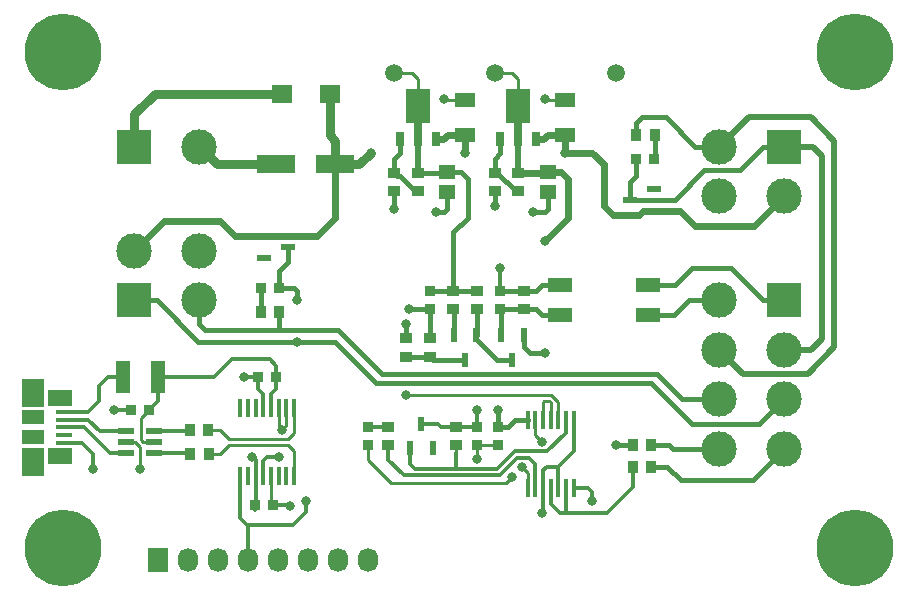
<source format=gbr>
%TF.GenerationSoftware,KiCad,Pcbnew,no-vcs-found*%
%TF.CreationDate,2017-10-06T14:05:24+10:30*%
%TF.ProjectId,clearpath-sc-single-channel,636C656172706174682D73632D73696E,1.0*%
%TF.SameCoordinates,Original*%
%TF.FileFunction,Copper,L1,Top,Signal*%
%TF.FilePolarity,Positive*%
%FSLAX46Y46*%
G04 Gerber Fmt 4.6, Leading zero omitted, Abs format (unit mm)*
G04 Created by KiCad (PCBNEW no-vcs-found) date Fri Oct  6 14:05:24 2017*
%MOMM*%
%LPD*%
G01*
G04 APERTURE LIST*
%TA.AperFunction,SMDPad,CuDef*%
%ADD10R,1.180000X2.810000*%
%TD*%
%TA.AperFunction,SMDPad,CuDef*%
%ADD11R,2.000000X1.200000*%
%TD*%
%TA.AperFunction,ComponentPad*%
%ADD12R,3.000000X3.000000*%
%TD*%
%TA.AperFunction,ComponentPad*%
%ADD13C,3.000000*%
%TD*%
%TA.AperFunction,SMDPad,CuDef*%
%ADD14R,0.920000X0.970000*%
%TD*%
%TA.AperFunction,SMDPad,CuDef*%
%ADD15R,1.820000X1.160000*%
%TD*%
%TA.AperFunction,SMDPad,CuDef*%
%ADD16R,1.470000X1.160000*%
%TD*%
%TA.AperFunction,SMDPad,CuDef*%
%ADD17R,3.270000X1.580000*%
%TD*%
%TA.AperFunction,SMDPad,CuDef*%
%ADD18R,0.970000X0.920000*%
%TD*%
%TA.AperFunction,SMDPad,CuDef*%
%ADD19R,1.660000X1.620000*%
%TD*%
%TA.AperFunction,SMDPad,CuDef*%
%ADD20R,1.180000X0.610000*%
%TD*%
%TA.AperFunction,SMDPad,CuDef*%
%ADD21R,0.910000X0.930000*%
%TD*%
%TA.AperFunction,SMDPad,CuDef*%
%ADD22R,0.610000X1.180000*%
%TD*%
%TA.AperFunction,SMDPad,CuDef*%
%ADD23R,0.930000X0.910000*%
%TD*%
%TA.AperFunction,SMDPad,CuDef*%
%ADD24R,1.900000X1.175000*%
%TD*%
%TA.AperFunction,SMDPad,CuDef*%
%ADD25R,1.900000X2.375000*%
%TD*%
%TA.AperFunction,SMDPad,CuDef*%
%ADD26R,2.100000X1.475000*%
%TD*%
%TA.AperFunction,SMDPad,CuDef*%
%ADD27R,1.380000X0.450000*%
%TD*%
%TA.AperFunction,ComponentPad*%
%ADD28C,6.500000*%
%TD*%
%TA.AperFunction,SMDPad,CuDef*%
%ADD29R,0.980000X0.850000*%
%TD*%
%TA.AperFunction,SMDPad,CuDef*%
%ADD30R,0.850000X0.980000*%
%TD*%
%TA.AperFunction,SMDPad,CuDef*%
%ADD31R,0.700000X1.200000*%
%TD*%
%TA.AperFunction,SMDPad,CuDef*%
%ADD32R,0.700000X1.000000*%
%TD*%
%TA.AperFunction,SMDPad,CuDef*%
%ADD33R,2.000000X2.925000*%
%TD*%
%TA.AperFunction,SMDPad,CuDef*%
%ADD34R,0.410000X1.570000*%
%TD*%
%TA.AperFunction,SMDPad,CuDef*%
%ADD35R,1.350000X0.560000*%
%TD*%
%TA.AperFunction,ComponentPad*%
%ADD36C,1.500000*%
%TD*%
%TA.AperFunction,ComponentPad*%
%ADD37R,1.727200X2.032000*%
%TD*%
%TA.AperFunction,ComponentPad*%
%ADD38O,1.727200X2.032000*%
%TD*%
%TA.AperFunction,ViaPad*%
%ADD39C,0.800000*%
%TD*%
%TA.AperFunction,Conductor*%
%ADD40C,0.300000*%
%TD*%
%TA.AperFunction,Conductor*%
%ADD41C,0.250000*%
%TD*%
%TA.AperFunction,Conductor*%
%ADD42C,0.400000*%
%TD*%
%TA.AperFunction,Conductor*%
%ADD43C,0.800000*%
%TD*%
%TA.AperFunction,Conductor*%
%ADD44C,0.600000*%
%TD*%
%TA.AperFunction,Conductor*%
%ADD45C,0.500000*%
%TD*%
%TA.AperFunction,Conductor*%
%ADD46C,0.350000*%
%TD*%
G04 APERTURE END LIST*
D10*
%TO.P,F1,2*%
%TO.N,Net-(F1-Pad2)*%
X109015000Y-131500000D03*
%TO.P,F1,1*%
%TO.N,USB_VDD*%
X111985000Y-131500000D03*
%TD*%
D11*
%TO.P,FB1,3*%
%TO.N,MOTOR_RX_A*%
X153500000Y-126270000D03*
%TO.P,FB1,4*%
%TO.N,MOTOR_RX_B*%
X153500000Y-123730000D03*
%TO.P,FB1,1*%
%TO.N,GND*%
X146000000Y-123730000D03*
%TO.P,FB1,2*%
%TO.N,Net-(C9-Pad1)*%
X146000000Y-126270000D03*
%TD*%
D12*
%TO.P,P4,1*%
%TO.N,MOTOR_RX_B*%
X165000000Y-125000000D03*
D13*
%TO.P,P4,2*%
%TO.N,INPUT_B+*%
X165000000Y-129200000D03*
%TO.P,P4,3*%
%TO.N,INPUT_A+*%
X165000000Y-133400000D03*
%TO.P,P4,4*%
%TO.N,MOTOR_TX_A*%
X165000000Y-137600000D03*
%TO.P,P4,5*%
%TO.N,MOTOR_RX_A*%
X159500000Y-125000000D03*
%TO.P,P4,6*%
%TO.N,INPUT_B-*%
X159500000Y-129200000D03*
%TO.P,P4,7*%
%TO.N,INPUT_A-*%
X159500000Y-133400000D03*
%TO.P,P4,8*%
%TO.N,MOTOR_TX_B*%
X159500000Y-137600000D03*
%TD*%
D12*
%TO.P,P2,1*%
%TO.N,INPUT_A+*%
X110000000Y-125000000D03*
D13*
%TO.P,P2,2*%
%TO.N,+POWER*%
X110000000Y-120800000D03*
%TO.P,P2,3*%
%TO.N,INPUT_A-*%
X115500000Y-125000000D03*
%TO.P,P2,4*%
%TO.N,GND*%
X115500000Y-120800000D03*
%TD*%
D12*
%TO.P,P3,1*%
%TO.N,INPUT_B+*%
X165000000Y-112000000D03*
D13*
%TO.P,P3,2*%
%TO.N,+POWER*%
X165000000Y-116200000D03*
%TO.P,P3,3*%
%TO.N,INPUT_B-*%
X159500000Y-112000000D03*
%TO.P,P3,4*%
%TO.N,GND*%
X159500000Y-116200000D03*
%TD*%
D12*
%TO.P,P1,1*%
%TO.N,Net-(D1-PadA)*%
X110000000Y-112000000D03*
D13*
%TO.P,P1,2*%
%TO.N,GND*%
X115500000Y-112000000D03*
%TD*%
D14*
%TO.P,C1,1*%
%TO.N,USB_VDD*%
X122025000Y-131500000D03*
%TO.P,C1,2*%
%TO.N,GND*%
X120475000Y-131500000D03*
%TD*%
%TO.P,C2,2*%
%TO.N,GND*%
X121775000Y-142350000D03*
%TO.P,C2,1*%
%TO.N,USB_3V3OUT*%
X120225000Y-142350000D03*
%TD*%
D15*
%TO.P,C3,2*%
%TO.N,GND*%
X138000000Y-108025000D03*
%TO.P,C3,1*%
%TO.N,+POWER*%
X138000000Y-110975000D03*
%TD*%
D16*
%TO.P,C4,2*%
%TO.N,GND*%
X136500000Y-115875000D03*
%TO.P,C4,1*%
%TO.N,+12V*%
X136500000Y-114125000D03*
%TD*%
D17*
%TO.P,C5,1*%
%TO.N,+POWER*%
X126980000Y-113500000D03*
%TO.P,C5,2*%
%TO.N,GND*%
X122020000Y-113500000D03*
%TD*%
D15*
%TO.P,C6,1*%
%TO.N,+POWER*%
X146500000Y-110975000D03*
%TO.P,C6,2*%
%TO.N,GND*%
X146500000Y-108025000D03*
%TD*%
D16*
%TO.P,C7,1*%
%TO.N,+5V*%
X145000000Y-114125000D03*
%TO.P,C7,2*%
%TO.N,GND*%
X145000000Y-115875000D03*
%TD*%
D14*
%TO.P,C8,2*%
%TO.N,GND*%
X109725000Y-134250000D03*
%TO.P,C8,1*%
%TO.N,USB_VDD*%
X111275000Y-134250000D03*
%TD*%
D18*
%TO.P,C9,2*%
%TO.N,GND*%
X141000000Y-124225000D03*
%TO.P,C9,1*%
%TO.N,Net-(C9-Pad1)*%
X141000000Y-125775000D03*
%TD*%
%TO.P,C10,1*%
%TO.N,+12V*%
X135000000Y-124225000D03*
%TO.P,C10,2*%
%TO.N,GND*%
X135000000Y-125775000D03*
%TD*%
%TO.P,C11,1*%
%TO.N,Net-(C11-Pad1)*%
X139000000Y-135725000D03*
%TO.P,C11,2*%
%TO.N,GND*%
X139000000Y-137275000D03*
%TD*%
D19*
%TO.P,D1,C*%
%TO.N,+POWER*%
X126530000Y-107500000D03*
%TO.P,D1,A*%
%TO.N,Net-(D1-PadA)*%
X122470000Y-107500000D03*
%TD*%
D20*
%TO.P,D2,1*%
%TO.N,+POWER*%
X120975000Y-119550000D03*
%TO.P,D2,2*%
%TO.N,N/C*%
X120975000Y-121450000D03*
%TO.P,D2,3*%
%TO.N,INPUT_A+*%
X123025000Y-120500000D03*
%TD*%
%TO.P,D3,3*%
%TO.N,INPUT_B+*%
X151975000Y-116500000D03*
%TO.P,D3,2*%
%TO.N,N/C*%
X154025000Y-115550000D03*
%TO.P,D3,1*%
%TO.N,+POWER*%
X154025000Y-117450000D03*
%TD*%
D21*
%TO.P,D4,C*%
%TO.N,Net-(D4-PadC)*%
X120740000Y-124000000D03*
%TO.P,D4,A*%
%TO.N,INPUT_A+*%
X122260000Y-124000000D03*
%TD*%
%TO.P,D5,C*%
%TO.N,Net-(D5-PadC)*%
X154020000Y-113000000D03*
%TO.P,D5,A*%
%TO.N,INPUT_B+*%
X152500000Y-113000000D03*
%TD*%
D22*
%TO.P,D6,3*%
%TO.N,Net-(C11-Pad1)*%
X134300000Y-135450000D03*
%TO.P,D6,2*%
%TO.N,N/C*%
X135250000Y-137500000D03*
%TO.P,D6,1*%
%TO.N,Net-(D6-Pad1)*%
X133350000Y-137500000D03*
%TD*%
D23*
%TO.P,D7,A*%
%TO.N,+5V*%
X129750000Y-137260000D03*
%TO.P,D7,C*%
%TO.N,Net-(D7-PadC)*%
X129750000Y-135740000D03*
%TD*%
D24*
%TO.P,J?1,6*%
%TO.N,N/C*%
X101420000Y-136590000D03*
X101420000Y-134910000D03*
D25*
X101420000Y-138660000D03*
X101420000Y-132840000D03*
D26*
X103720000Y-138212500D03*
X103720000Y-133287500D03*
D27*
%TO.P,J?1,5*%
%TO.N,GND*%
X104080000Y-137050000D03*
%TO.P,J?1,4*%
%TO.N,Net-(J?1-Pad4)*%
X104080000Y-136400000D03*
%TO.P,J?1,3*%
%TO.N,Net-(J?1-Pad3)*%
X104080000Y-135750000D03*
%TO.P,J?1,2*%
%TO.N,Net-(J?1-Pad2)*%
X104080000Y-135100000D03*
%TO.P,J?1,1*%
%TO.N,Net-(F1-Pad2)*%
X104080000Y-134450000D03*
%TD*%
D28*
%TO.P,MNT1,1*%
%TO.N,GND*%
X171000000Y-104000000D03*
%TD*%
%TO.P,MNT2,1*%
%TO.N,GND*%
X171000000Y-146000000D03*
%TD*%
%TO.P,MNT3,1*%
%TO.N,GND*%
X104000000Y-146000000D03*
%TD*%
%TO.P,MNT4,1*%
%TO.N,GND*%
X104000000Y-104000000D03*
%TD*%
D22*
%TO.P,Q1,1*%
%TO.N,Net-(Q1-Pad1)*%
X138950000Y-127975000D03*
%TO.P,Q1,2*%
%TO.N,Net-(Q1-Pad2)*%
X137050000Y-127975000D03*
%TO.P,Q1,3*%
%TO.N,Net-(Q1-Pad3)*%
X138000000Y-130025000D03*
%TD*%
%TO.P,Q2,1*%
%TO.N,+5V*%
X142950000Y-127975000D03*
%TO.P,Q2,2*%
%TO.N,Net-(C9-Pad1)*%
X141050000Y-127975000D03*
%TO.P,Q2,3*%
%TO.N,Net-(Q1-Pad1)*%
X142000000Y-130025000D03*
%TD*%
D29*
%TO.P,R1,1*%
%TO.N,Net-(R1-Pad1)*%
X132000000Y-114225000D03*
%TO.P,R1,2*%
%TO.N,GND*%
X132000000Y-115775000D03*
%TD*%
%TO.P,R2,1*%
%TO.N,+12V*%
X134000000Y-114225000D03*
%TO.P,R2,2*%
%TO.N,Net-(R1-Pad1)*%
X134000000Y-115775000D03*
%TD*%
%TO.P,R3,2*%
%TO.N,GND*%
X140500000Y-115775000D03*
%TO.P,R3,1*%
%TO.N,Net-(R3-Pad1)*%
X140500000Y-114225000D03*
%TD*%
%TO.P,R4,2*%
%TO.N,Net-(R3-Pad1)*%
X142500000Y-115775000D03*
%TO.P,R4,1*%
%TO.N,+5V*%
X142500000Y-114225000D03*
%TD*%
D30*
%TO.P,R5,2*%
%TO.N,Net-(R5-Pad2)*%
X114725000Y-136000000D03*
%TO.P,R5,1*%
%TO.N,USB_D-*%
X116275000Y-136000000D03*
%TD*%
%TO.P,R6,1*%
%TO.N,USB_D+*%
X116300000Y-138000000D03*
%TO.P,R6,2*%
%TO.N,Net-(R6-Pad2)*%
X114750000Y-138000000D03*
%TD*%
%TO.P,R7,2*%
%TO.N,INPUT_A-*%
X122275000Y-126000000D03*
%TO.P,R7,1*%
%TO.N,Net-(D4-PadC)*%
X120725000Y-126000000D03*
%TD*%
%TO.P,R8,1*%
%TO.N,Net-(D5-PadC)*%
X154050000Y-111000000D03*
%TO.P,R8,2*%
%TO.N,INPUT_B-*%
X152500000Y-111000000D03*
%TD*%
D29*
%TO.P,R9,1*%
%TO.N,Net-(Q1-Pad3)*%
X133000000Y-129775000D03*
%TO.P,R9,2*%
%TO.N,Net-(R9-Pad2)*%
X133000000Y-128225000D03*
%TD*%
%TO.P,R10,1*%
%TO.N,+12V*%
X137000000Y-124225000D03*
%TO.P,R10,2*%
%TO.N,Net-(Q1-Pad2)*%
X137000000Y-125775000D03*
%TD*%
%TO.P,R11,1*%
%TO.N,Net-(Q1-Pad3)*%
X135000000Y-129775000D03*
%TO.P,R11,2*%
%TO.N,GND*%
X135000000Y-128225000D03*
%TD*%
%TO.P,R12,1*%
%TO.N,+12V*%
X139000000Y-124225000D03*
%TO.P,R12,2*%
%TO.N,Net-(Q1-Pad1)*%
X139000000Y-125775000D03*
%TD*%
%TO.P,R13,1*%
%TO.N,Net-(C9-Pad1)*%
X143000000Y-125775000D03*
%TO.P,R13,2*%
%TO.N,GND*%
X143000000Y-124225000D03*
%TD*%
D30*
%TO.P,R14,1*%
%TO.N,MOTOR_TX_A*%
X153775000Y-139100000D03*
%TO.P,R14,2*%
%TO.N,Net-(R14-Pad2)*%
X152225000Y-139100000D03*
%TD*%
%TO.P,R15,2*%
%TO.N,GND*%
X152225000Y-137250000D03*
%TO.P,R15,1*%
%TO.N,MOTOR_TX_B*%
X153775000Y-137250000D03*
%TD*%
D29*
%TO.P,R16,2*%
%TO.N,Net-(D6-Pad1)*%
X137250000Y-137275000D03*
%TO.P,R16,1*%
%TO.N,Net-(C11-Pad1)*%
X137250000Y-135725000D03*
%TD*%
%TO.P,R17,2*%
%TO.N,Net-(R17-Pad2)*%
X131500000Y-137275000D03*
%TO.P,R17,1*%
%TO.N,Net-(D7-PadC)*%
X131500000Y-135725000D03*
%TD*%
D31*
%TO.P,U1,1*%
%TO.N,Net-(R1-Pad1)*%
X132500000Y-111375000D03*
%TO.P,U1,2*%
%TO.N,+12V*%
X134000000Y-111375000D03*
%TO.P,U1,3*%
%TO.N,+POWER*%
X135500000Y-111375000D03*
D32*
%TO.P,U1,2*%
%TO.N,+12V*%
X134000000Y-110389000D03*
D33*
X134000000Y-108537500D03*
%TD*%
D34*
%TO.P,U2,16*%
%TO.N,Net-(U2-Pad16)*%
X118975000Y-134130000D03*
%TO.P,U2,15*%
%TO.N,Net-(U2-Pad15)*%
X119625000Y-134130000D03*
%TO.P,U2,14*%
%TO.N,Net-(U2-Pad14)*%
X120275000Y-134130000D03*
%TO.P,U2,13*%
%TO.N,GND*%
X120925000Y-134130000D03*
%TO.P,U2,12*%
%TO.N,USB_VDD*%
X121575000Y-134130000D03*
%TO.P,U2,11*%
%TO.N,USB_3V3OUT*%
X122225000Y-134130000D03*
%TO.P,U2,10*%
X122875000Y-134130000D03*
%TO.P,U2,9*%
%TO.N,USB_D-*%
X123525000Y-134130000D03*
%TO.P,U2,8*%
%TO.N,USB_D+*%
X123525000Y-139870000D03*
%TO.P,U2,7*%
%TO.N,Net-(U2-Pad7)*%
X122875000Y-139870000D03*
%TO.P,U2,6*%
%TO.N,Net-(U2-Pad6)*%
X122225000Y-139870000D03*
%TO.P,U2,5*%
%TO.N,GND*%
X121575000Y-139870000D03*
%TO.P,U2,4*%
%TO.N,SERIAL_RX*%
X120925000Y-139870000D03*
%TO.P,U2,3*%
%TO.N,USB_3V3OUT*%
X120275000Y-139870000D03*
%TO.P,U2,2*%
%TO.N,Net-(U2-Pad2)*%
X119625000Y-139870000D03*
%TO.P,U2,1*%
%TO.N,SERIAL_TX*%
X118975000Y-139870000D03*
%TD*%
D35*
%TO.P,U3,1*%
%TO.N,Net-(J?1-Pad2)*%
X109325000Y-136050000D03*
%TO.P,U3,2*%
%TO.N,GND*%
X109325000Y-137000000D03*
%TO.P,U3,3*%
%TO.N,Net-(J?1-Pad3)*%
X109325000Y-137950000D03*
%TO.P,U3,4*%
%TO.N,Net-(R6-Pad2)*%
X111675000Y-137950000D03*
%TO.P,U3,5*%
%TO.N,USB_VDD*%
X111675000Y-137000000D03*
%TO.P,U3,6*%
%TO.N,Net-(R5-Pad2)*%
X111675000Y-136050000D03*
%TD*%
D33*
%TO.P,U4,2*%
%TO.N,+5V*%
X142500000Y-108537500D03*
D32*
X142500000Y-110389000D03*
D31*
%TO.P,U4,3*%
%TO.N,+POWER*%
X144000000Y-111375000D03*
%TO.P,U4,2*%
%TO.N,+5V*%
X142500000Y-111375000D03*
%TO.P,U4,1*%
%TO.N,Net-(R3-Pad1)*%
X141000000Y-111375000D03*
%TD*%
D34*
%TO.P,U5,14*%
%TO.N,+5V*%
X143300000Y-135130000D03*
%TO.P,U5,13*%
%TO.N,SERIAL_RX*%
X143950000Y-135130000D03*
%TO.P,U5,12*%
%TO.N,Net-(U5-Pad11)*%
X144600000Y-135130000D03*
%TO.P,U5,11*%
X145250000Y-135130000D03*
%TO.P,U5,10*%
%TO.N,Net-(R9-Pad2)*%
X145900000Y-135130000D03*
%TO.P,U5,9*%
%TO.N,Net-(D6-Pad1)*%
X146550000Y-135130000D03*
%TO.P,U5,8*%
%TO.N,SERIAL_TX*%
X147200000Y-135130000D03*
%TO.P,U5,7*%
%TO.N,GND*%
X147200000Y-140870000D03*
%TO.P,U5,6*%
%TO.N,Net-(R14-Pad2)*%
X146550000Y-140870000D03*
%TO.P,U5,5*%
%TO.N,SERIAL_TX*%
X145900000Y-140870000D03*
%TO.P,U5,4*%
%TO.N,Net-(R14-Pad2)*%
X145250000Y-140870000D03*
%TO.P,U5,3*%
%TO.N,SERIAL_TX*%
X144600000Y-140870000D03*
%TO.P,U5,2*%
%TO.N,Net-(R17-Pad2)*%
X143950000Y-140870000D03*
%TO.P,U5,1*%
%TO.N,Net-(C11-Pad1)*%
X143300000Y-140870000D03*
%TD*%
D36*
%TO.P,TEST1,1*%
%TO.N,+12V*%
X132000000Y-105750000D03*
%TD*%
%TO.P,TEST2,1*%
%TO.N,+5V*%
X140500000Y-105750000D03*
%TD*%
%TO.P,TEST3,1*%
%TO.N,GND*%
X150750000Y-105750000D03*
%TD*%
D18*
%TO.P,C12,1*%
%TO.N,+5V*%
X140750000Y-135725000D03*
%TO.P,C12,2*%
%TO.N,GND*%
X140750000Y-137275000D03*
%TD*%
D37*
%TO.P,P5,1*%
%TO.N,GND*%
X112000000Y-147000000D03*
D38*
%TO.P,P5,2*%
%TO.N,Net-(P5-Pad2)*%
X114540000Y-147000000D03*
%TO.P,P5,3*%
%TO.N,+POWER*%
X117080000Y-147000000D03*
%TO.P,P5,4*%
%TO.N,SERIAL_TX*%
X119620000Y-147000000D03*
%TO.P,P5,5*%
%TO.N,SERIAL_RX*%
X122160000Y-147000000D03*
%TO.P,P5,6*%
%TO.N,Net-(P5-Pad6)*%
X124700000Y-147000000D03*
%TO.P,P5,7*%
%TO.N,Net-(P5-Pad7)*%
X127240000Y-147000000D03*
%TO.P,P5,8*%
%TO.N,Net-(P5-Pad8)*%
X129780000Y-147000000D03*
%TD*%
D39*
%TO.N,GND*%
X123200000Y-142400000D03*
X148750000Y-142000000D03*
X139000000Y-138474991D03*
X119250000Y-131500000D03*
X106500000Y-139250000D03*
X144750000Y-108000000D03*
X136250000Y-108000000D03*
X143750000Y-117500000D03*
X140500000Y-117000000D03*
X135500000Y-117500000D03*
X132000000Y-117250000D03*
X110500000Y-139250000D03*
X108250000Y-134250000D03*
X150750000Y-137250000D03*
X133250000Y-125750000D03*
X141000000Y-122250000D03*
%TO.N,USB_3V3OUT*%
X120000000Y-138250000D03*
X122500000Y-135975000D03*
%TO.N,+POWER*%
X130000000Y-112500000D03*
X146500000Y-112500000D03*
X138000000Y-112500000D03*
%TO.N,+5V*%
X142000000Y-140000000D03*
X140750000Y-134250000D03*
X144750000Y-119999999D03*
X144750000Y-129500000D03*
%TO.N,Net-(C11-Pad1)*%
X142815686Y-139125012D03*
X139000000Y-134250000D03*
%TO.N,INPUT_A+*%
X123750000Y-128500000D03*
X123750000Y-125000000D03*
%TO.N,Net-(R9-Pad2)*%
X133000006Y-133000000D03*
X133000000Y-127000000D03*
%TO.N,SERIAL_RX*%
X144500000Y-137000000D03*
X122250000Y-138250000D03*
%TO.N,SERIAL_TX*%
X124500000Y-142000000D03*
X144500000Y-143000000D03*
%TD*%
D40*
%TO.N,USB_VDD*%
X111985000Y-131500000D02*
X116750000Y-131500000D01*
X116750000Y-131500000D02*
X118250000Y-130000000D01*
X118250000Y-130000000D02*
X121500000Y-130000000D01*
X121500000Y-130000000D02*
X122025000Y-130525000D01*
X122025000Y-130525000D02*
X122025000Y-131500000D01*
D41*
X111675000Y-137000000D02*
X110750000Y-137000000D01*
X110750000Y-137000000D02*
X110560001Y-136810001D01*
X110560001Y-136810001D02*
X110560001Y-134989999D01*
X110560001Y-134989999D02*
X111275000Y-134275000D01*
X111275000Y-134275000D02*
X111275000Y-134250000D01*
D40*
X111985000Y-131500000D02*
X111985000Y-133540000D01*
X111985000Y-133540000D02*
X111275000Y-134250000D01*
X121575000Y-134130000D02*
X121575000Y-132925000D01*
X121575000Y-132925000D02*
X122025000Y-132475000D01*
X122025000Y-132475000D02*
X122025000Y-131500000D01*
%TO.N,GND*%
X123150000Y-142350000D02*
X123200000Y-142400000D01*
X121775000Y-142350000D02*
X123150000Y-142350000D01*
D41*
X121575000Y-139870000D02*
X121575000Y-142150000D01*
X121575000Y-142150000D02*
X121775000Y-142350000D01*
X139000000Y-137275000D02*
X140750000Y-137275000D01*
D40*
X147200000Y-140870000D02*
X148370000Y-140870000D01*
X148370000Y-140870000D02*
X148750000Y-141250000D01*
X148750000Y-141250000D02*
X148750000Y-142000000D01*
D41*
X139000000Y-137275000D02*
X139000000Y-138474991D01*
D42*
X146000000Y-123730000D02*
X144520000Y-123730000D01*
X144520000Y-123730000D02*
X144025000Y-124225000D01*
X144025000Y-124225000D02*
X143000000Y-124225000D01*
D40*
X120475000Y-131500000D02*
X119250000Y-131500000D01*
X104080000Y-137050000D02*
X105550000Y-137050000D01*
X105550000Y-137050000D02*
X106500000Y-138000000D01*
X106500000Y-138000000D02*
X106500000Y-139250000D01*
D43*
X122020000Y-113500000D02*
X116999999Y-113499999D01*
X116999999Y-113499999D02*
X115500000Y-112000000D01*
D41*
X146500000Y-108025000D02*
X144775000Y-108025000D01*
X144775000Y-108025000D02*
X144750000Y-108000000D01*
X138000000Y-108025000D02*
X136275000Y-108025000D01*
X136275000Y-108025000D02*
X136250000Y-108000000D01*
D42*
X136500000Y-115875000D02*
X136500000Y-117250000D01*
X136500000Y-117250000D02*
X136250000Y-117500000D01*
X136250000Y-117500000D02*
X135500000Y-117500000D01*
X145000000Y-115875000D02*
X145000000Y-117250000D01*
X145000000Y-117250000D02*
X144750000Y-117500000D01*
X144750000Y-117500000D02*
X143750000Y-117500000D01*
X140500000Y-115775000D02*
X140500000Y-117000000D01*
X132000000Y-115775000D02*
X132000000Y-117250000D01*
D41*
X110500000Y-137457122D02*
X110500000Y-138684315D01*
X110042878Y-137000000D02*
X110500000Y-137457122D01*
X110500000Y-138684315D02*
X110500000Y-139250000D01*
X109325000Y-137000000D02*
X110042878Y-137000000D01*
D40*
X109725000Y-134250000D02*
X108250000Y-134250000D01*
X120925000Y-134130000D02*
X120925000Y-132925000D01*
X120925000Y-132925000D02*
X120475000Y-132475000D01*
X120475000Y-132475000D02*
X120475000Y-131500000D01*
D42*
X152225000Y-137250000D02*
X150750000Y-137250000D01*
X135000000Y-125775000D02*
X133275000Y-125775000D01*
D41*
X133275000Y-125775000D02*
X133250000Y-125750000D01*
D40*
X141000000Y-124225000D02*
X141000000Y-122250000D01*
D42*
X143000000Y-124225000D02*
X141000000Y-124225000D01*
X135000000Y-125775000D02*
X135000000Y-128225000D01*
D40*
%TO.N,USB_3V3OUT*%
X120275000Y-139870000D02*
X120275000Y-142300000D01*
X120275000Y-142300000D02*
X120225000Y-142350000D01*
X120275000Y-138525000D02*
X120000000Y-138250000D01*
X120275000Y-139870000D02*
X120275000Y-138525000D01*
D41*
X122225000Y-134130000D02*
X122225000Y-135700000D01*
X122225000Y-135700000D02*
X122500000Y-135975000D01*
X122875000Y-134130000D02*
X122875000Y-135600000D01*
X122875000Y-135600000D02*
X122500000Y-135975000D01*
D40*
X120275000Y-142700000D02*
X120225000Y-142750000D01*
D44*
%TO.N,+POWER*%
X110000000Y-120800000D02*
X112550000Y-118250000D01*
X118550000Y-119550000D02*
X120975000Y-119550000D01*
X112550000Y-118250000D02*
X117250000Y-118250000D01*
X117250000Y-118250000D02*
X118550000Y-119550000D01*
X154025000Y-117450000D02*
X153050000Y-117450000D01*
X153050000Y-117450000D02*
X152750000Y-117750000D01*
X150500000Y-117750000D02*
X149750000Y-117000000D01*
X152750000Y-117750000D02*
X150500000Y-117750000D01*
X149750000Y-117000000D02*
X149750000Y-113500000D01*
X149750000Y-113500000D02*
X148750000Y-112500000D01*
X148750000Y-112500000D02*
X146500000Y-112500000D01*
D43*
X126980000Y-113500000D02*
X129000000Y-113500000D01*
X129000000Y-113500000D02*
X130000000Y-112500000D01*
D44*
X146500000Y-110975000D02*
X146500000Y-112500000D01*
X138000000Y-110975000D02*
X138000000Y-112500000D01*
X120975000Y-119550000D02*
X125450000Y-119550000D01*
X125450000Y-119550000D02*
X126980000Y-118020000D01*
X126980000Y-118020000D02*
X126980000Y-113500000D01*
D43*
X126530000Y-107500000D02*
X126530000Y-111030000D01*
X126530000Y-111030000D02*
X126980000Y-111480000D01*
X126980000Y-111480000D02*
X126980000Y-113500000D01*
D44*
X146500000Y-110975000D02*
X145025000Y-110975000D01*
X145025000Y-110975000D02*
X144625000Y-111375000D01*
X144625000Y-111375000D02*
X144000000Y-111375000D01*
X138000000Y-110975000D02*
X136525000Y-110975000D01*
X136525000Y-110975000D02*
X136125000Y-111375000D01*
X136125000Y-111375000D02*
X135500000Y-111375000D01*
X165000000Y-116200000D02*
X162450000Y-118750000D01*
X162450000Y-118750000D02*
X157500000Y-118750000D01*
X157500000Y-118750000D02*
X156200000Y-117450000D01*
X156200000Y-117450000D02*
X154025000Y-117450000D01*
D41*
%TO.N,+12V*%
X132000000Y-105750000D02*
X133500000Y-105750000D01*
X133500000Y-105750000D02*
X134000000Y-106250000D01*
X134000000Y-106250000D02*
X134000000Y-108537500D01*
D44*
X134000000Y-110389000D02*
X134000000Y-111375000D01*
X134000000Y-108537500D02*
X134000000Y-110389000D01*
D42*
X136500000Y-114125000D02*
X137625000Y-114125000D01*
X138250000Y-114750000D02*
X138250000Y-118000000D01*
X137625000Y-114125000D02*
X138250000Y-114750000D01*
X138250000Y-118000000D02*
X137000000Y-119250000D01*
X137000000Y-119250000D02*
X137000000Y-124225000D01*
X137000000Y-124225000D02*
X135000000Y-124225000D01*
X139000000Y-124225000D02*
X137000000Y-124225000D01*
X134000000Y-114225000D02*
X136400000Y-114225000D01*
X136400000Y-114225000D02*
X136500000Y-114125000D01*
D45*
X134000000Y-111375000D02*
X134000000Y-114225000D01*
D41*
%TO.N,+5V*%
X129750000Y-137260000D02*
X129750000Y-138500000D01*
X129750000Y-138500000D02*
X131750000Y-140500000D01*
X131750000Y-140500000D02*
X141500000Y-140500000D01*
X141500000Y-140500000D02*
X142000000Y-140000000D01*
X129750000Y-137260000D02*
X129740000Y-137260000D01*
X129740000Y-137260000D02*
X129730000Y-137250000D01*
D42*
X140750000Y-135725000D02*
X141635000Y-135725000D01*
X141635000Y-135725000D02*
X142230000Y-135130000D01*
X142230000Y-135130000D02*
X143294999Y-135130000D01*
X140750000Y-134250000D02*
X140750000Y-135725000D01*
D41*
X140500000Y-105750000D02*
X142000000Y-105750000D01*
X142500000Y-106250000D02*
X142500000Y-108537500D01*
X142000000Y-105750000D02*
X142500000Y-106250000D01*
D44*
X145000000Y-114125000D02*
X146125000Y-114125000D01*
X146125000Y-114125000D02*
X146750000Y-114750000D01*
X145149999Y-119600000D02*
X144750000Y-119999999D01*
X146750000Y-114750000D02*
X146750000Y-117999999D01*
X146750000Y-117999999D02*
X145149999Y-119600000D01*
D42*
X142950000Y-127975000D02*
X142950000Y-128950000D01*
X142950000Y-128950000D02*
X143500000Y-129500000D01*
X143500000Y-129500000D02*
X144750000Y-129500000D01*
D44*
X142500000Y-110389000D02*
X142500000Y-111375000D01*
X142500000Y-108537500D02*
X142500000Y-110389000D01*
X142500000Y-114225000D02*
X144900000Y-114225000D01*
X144900000Y-114225000D02*
X145000000Y-114125000D01*
D45*
X142500000Y-111375000D02*
X142500000Y-112225000D01*
X142500000Y-112225000D02*
X142500000Y-114225000D01*
D42*
%TO.N,Net-(C9-Pad1)*%
X146000000Y-126270000D02*
X144520000Y-126270000D01*
X144520000Y-126270000D02*
X144025000Y-125775000D01*
X144025000Y-125775000D02*
X143000000Y-125775000D01*
X141000000Y-125775000D02*
X143000000Y-125775000D01*
X141050000Y-127975000D02*
X141050000Y-125825000D01*
D41*
X141050000Y-125825000D02*
X141000000Y-125775000D01*
%TO.N,Net-(C11-Pad1)*%
X143300000Y-140870000D02*
X143300000Y-139609326D01*
X143300000Y-139609326D02*
X142815686Y-139125012D01*
D46*
X139000000Y-135725000D02*
X139000000Y-134250000D01*
X135975000Y-135725000D02*
X135700000Y-135450000D01*
X135700000Y-135450000D02*
X134300000Y-135450000D01*
X137250000Y-135725000D02*
X135975000Y-135725000D01*
X139000000Y-135725000D02*
X137250000Y-135725000D01*
D43*
%TO.N,Net-(D1-PadA)*%
X110000000Y-112000000D02*
X110000000Y-109250000D01*
X110000000Y-109250000D02*
X111750000Y-107500000D01*
X111750000Y-107500000D02*
X121390000Y-107500000D01*
X121390000Y-107500000D02*
X122470000Y-107500000D01*
D42*
%TO.N,INPUT_A+*%
X124391903Y-128500000D02*
X123750000Y-128500000D01*
X123184315Y-128500000D02*
X123750000Y-128500000D01*
X115400000Y-128500000D02*
X123184315Y-128500000D01*
D41*
X123751883Y-128500000D02*
X123750000Y-128500000D01*
D42*
X111900000Y-125000000D02*
X115400000Y-128500000D01*
X110000000Y-125000000D02*
X111900000Y-125000000D01*
X165000000Y-133400000D02*
X162900000Y-135500000D01*
X162900000Y-135500000D02*
X157250000Y-135500000D01*
X157250000Y-135500000D02*
X153750000Y-132000000D01*
X153750000Y-132000000D02*
X130500000Y-132000000D01*
X130500000Y-132000000D02*
X127000000Y-128500000D01*
X127000000Y-128500000D02*
X124391903Y-128500000D01*
X123750000Y-125000000D02*
X123750000Y-124250000D01*
X123750000Y-124250000D02*
X123500000Y-124000000D01*
X123500000Y-124000000D02*
X122260000Y-124000000D01*
X123025000Y-121725000D02*
X122260000Y-122490000D01*
X122260000Y-122490000D02*
X122260000Y-124000000D01*
X123025000Y-120500000D02*
X123025000Y-121725000D01*
D45*
%TO.N,INPUT_B+*%
X165000000Y-129200000D02*
X167300000Y-129200000D01*
X167300000Y-129200000D02*
X168250000Y-128250000D01*
X168250000Y-128250000D02*
X168250000Y-112750000D01*
X168250000Y-112750000D02*
X167500000Y-112000000D01*
X167500000Y-112000000D02*
X165000000Y-112000000D01*
D42*
X151975000Y-116500000D02*
X151975000Y-115025000D01*
X151975000Y-115025000D02*
X152500000Y-114500000D01*
X152500000Y-114500000D02*
X152500000Y-113000000D01*
X151975000Y-116500000D02*
X155750000Y-116500000D01*
X155750000Y-116500000D02*
X158250000Y-114000000D01*
X158250000Y-114000000D02*
X161250000Y-114000000D01*
X161250000Y-114000000D02*
X163250000Y-112000000D01*
X163250000Y-112000000D02*
X165000000Y-112000000D01*
%TO.N,Net-(D4-PadC)*%
X120740000Y-124000000D02*
X120740000Y-125985000D01*
D41*
X120740000Y-125985000D02*
X120725000Y-126000000D01*
D42*
%TO.N,Net-(D5-PadC)*%
X154050000Y-111000000D02*
X154050000Y-112970000D01*
D41*
X154050000Y-112970000D02*
X154020000Y-113000000D01*
D40*
%TO.N,Net-(D6-Pad1)*%
X142197166Y-137775001D02*
X140697167Y-139275001D01*
X143840987Y-137775001D02*
X142197166Y-137775001D01*
X144964987Y-137800013D02*
X143865999Y-137800013D01*
X146550000Y-136215000D02*
X144964987Y-137800013D01*
X143865999Y-137800013D02*
X143840987Y-137775001D01*
X146550000Y-135130000D02*
X146550000Y-136215000D01*
X140697167Y-139275001D02*
X137250000Y-139275001D01*
X133350000Y-137500000D02*
X133350000Y-138850000D01*
X133350000Y-138850000D02*
X133775001Y-139275001D01*
X133775001Y-139275001D02*
X137250000Y-139275001D01*
D41*
X137250000Y-137275000D02*
X137250000Y-137950000D01*
D40*
X137250000Y-137950000D02*
X137250000Y-139275001D01*
D46*
%TO.N,Net-(D7-PadC)*%
X129750000Y-135740000D02*
X131485000Y-135740000D01*
D41*
X131485000Y-135740000D02*
X131500000Y-135725000D01*
D40*
%TO.N,Net-(F1-Pad2)*%
X107000000Y-132250000D02*
X107750000Y-131500000D01*
X107750000Y-131500000D02*
X109015000Y-131500000D01*
X107000000Y-133500000D02*
X107000000Y-132250000D01*
X106050000Y-134450000D02*
X107000000Y-133500000D01*
X104080000Y-134450000D02*
X106050000Y-134450000D01*
D42*
%TO.N,MOTOR_RX_B*%
X153500000Y-123730000D02*
X155770000Y-123730000D01*
X155770000Y-123730000D02*
X157250000Y-122250000D01*
X157250000Y-122250000D02*
X160500000Y-122250000D01*
X160500000Y-122250000D02*
X163250000Y-125000000D01*
X163250000Y-125000000D02*
X165000000Y-125000000D01*
%TO.N,MOTOR_RX_A*%
X153500000Y-126270000D02*
X155730000Y-126270000D01*
X155730000Y-126270000D02*
X157000000Y-125000000D01*
X157000000Y-125000000D02*
X159500000Y-125000000D01*
D40*
%TO.N,Net-(J?1-Pad3)*%
X104080000Y-135750000D02*
X105750000Y-135750000D01*
X105750000Y-135750000D02*
X107950000Y-137950000D01*
X107950000Y-137950000D02*
X109325000Y-137950000D01*
%TO.N,Net-(J?1-Pad2)*%
X104080000Y-135100000D02*
X106100000Y-135100000D01*
X106100000Y-135100000D02*
X107050000Y-136050000D01*
X107050000Y-136050000D02*
X109325000Y-136050000D01*
D42*
%TO.N,INPUT_A-*%
X159500000Y-133400000D02*
X156400000Y-133400000D01*
X156400000Y-133400000D02*
X154250000Y-131250000D01*
X154250000Y-131250000D02*
X131000000Y-131250000D01*
X131000000Y-131250000D02*
X127250000Y-127500000D01*
X127250000Y-127500000D02*
X122250000Y-127500000D01*
X122250000Y-127500000D02*
X116000000Y-127500000D01*
X122275000Y-126740000D02*
X122250000Y-126765000D01*
X122275000Y-126000000D02*
X122275000Y-126740000D01*
X122250000Y-126765000D02*
X122250000Y-127500000D01*
X116000000Y-127500000D02*
X115500000Y-127000000D01*
X115500000Y-127000000D02*
X115500000Y-125000000D01*
D45*
%TO.N,INPUT_B-*%
X159500000Y-129200000D02*
X161550000Y-131250000D01*
X161550000Y-131250000D02*
X167000000Y-131250000D01*
X167000000Y-131250000D02*
X169250000Y-129000000D01*
X169250000Y-129000000D02*
X169250000Y-111500000D01*
X169250000Y-111500000D02*
X167250000Y-109500000D01*
X167250000Y-109500000D02*
X162000000Y-109500000D01*
X162000000Y-109500000D02*
X160999999Y-110500001D01*
X160999999Y-110500001D02*
X159500000Y-112000000D01*
D42*
X152500000Y-111000000D02*
X152500000Y-110000000D01*
X152500000Y-110000000D02*
X153000000Y-109500000D01*
X153000000Y-109500000D02*
X155000000Y-109500000D01*
X155000000Y-109500000D02*
X157500000Y-112000000D01*
X157500000Y-112000000D02*
X159500000Y-112000000D01*
%TO.N,MOTOR_TX_B*%
X153775000Y-137250000D02*
X155250000Y-137250000D01*
X155250000Y-137250000D02*
X155600000Y-137600000D01*
X155600000Y-137600000D02*
X159500000Y-137600000D01*
%TO.N,MOTOR_TX_A*%
X153775000Y-139100000D02*
X155100000Y-139100000D01*
X155100000Y-139100000D02*
X156250000Y-140250000D01*
X156250000Y-140250000D02*
X162350000Y-140250000D01*
X162350000Y-140250000D02*
X163500001Y-139099999D01*
X163500001Y-139099999D02*
X165000000Y-137600000D01*
%TO.N,Net-(Q1-Pad1)*%
X142000000Y-130025000D02*
X140715000Y-130025000D01*
X140715000Y-130025000D02*
X138950000Y-128260000D01*
X138950000Y-128260000D02*
X138950000Y-127975000D01*
X139000000Y-125775000D02*
X139000000Y-127925000D01*
D41*
X139000000Y-127925000D02*
X138950000Y-127975000D01*
D42*
%TO.N,Net-(Q1-Pad2)*%
X137050000Y-127975000D02*
X137050000Y-125825000D01*
D41*
X137050000Y-125825000D02*
X137000000Y-125775000D01*
D42*
%TO.N,Net-(Q1-Pad3)*%
X133000000Y-129775000D02*
X135000000Y-129775000D01*
X138000000Y-130025000D02*
X135250000Y-130025000D01*
X135250000Y-130025000D02*
X135000000Y-129775000D01*
%TO.N,Net-(R1-Pad1)*%
X134000000Y-115775000D02*
X133775000Y-115775000D01*
X133775000Y-115775000D02*
X132500000Y-114500000D01*
X132500000Y-114500000D02*
X132275000Y-114500000D01*
X132275000Y-114500000D02*
X132000000Y-114225000D01*
X132500000Y-112500000D02*
X132000000Y-113000000D01*
X132000000Y-113000000D02*
X132000000Y-114225000D01*
X132500000Y-111375000D02*
X132500000Y-112500000D01*
%TO.N,Net-(R3-Pad1)*%
X142500000Y-115775000D02*
X142275000Y-115775000D01*
X142275000Y-115775000D02*
X140725000Y-114225000D01*
X140725000Y-114225000D02*
X140500000Y-114225000D01*
X141000000Y-112500000D02*
X140500000Y-113000000D01*
X140500000Y-113000000D02*
X140500000Y-114225000D01*
X141000000Y-111375000D02*
X141000000Y-112500000D01*
D40*
%TO.N,Net-(R5-Pad2)*%
X111675000Y-136050000D02*
X114675000Y-136050000D01*
D41*
X114675000Y-136050000D02*
X114725000Y-136000000D01*
%TO.N,USB_D-*%
X116275000Y-136000000D02*
X117250000Y-136000000D01*
X117250000Y-136000000D02*
X118000000Y-136750000D01*
X118000000Y-136750000D02*
X123000000Y-136750000D01*
X123000000Y-136750000D02*
X123525000Y-136225000D01*
X123525000Y-136225000D02*
X123525000Y-134130000D01*
%TO.N,USB_D+*%
X116300000Y-138000000D02*
X117250000Y-138000000D01*
X117250000Y-138000000D02*
X118000000Y-137250000D01*
X118000000Y-137250000D02*
X123000000Y-137250000D01*
X123000000Y-137250000D02*
X123525000Y-137775000D01*
X123525000Y-137775000D02*
X123525000Y-139870000D01*
D40*
%TO.N,Net-(R6-Pad2)*%
X111675000Y-137950000D02*
X114700000Y-137950000D01*
D41*
X114700000Y-137950000D02*
X114750000Y-138000000D01*
%TO.N,Net-(R9-Pad2)*%
X145900000Y-133592880D02*
X145307120Y-133000000D01*
X145307120Y-133000000D02*
X133565691Y-133000000D01*
X145900000Y-135130000D02*
X145900000Y-133592880D01*
X133565691Y-133000000D02*
X133000006Y-133000000D01*
D42*
X133000000Y-128225000D02*
X133000000Y-127000000D01*
D40*
%TO.N,Net-(R14-Pad2)*%
X146550000Y-140870000D02*
X146550000Y-142950000D01*
D41*
X146550000Y-142950000D02*
X146500000Y-143000000D01*
D40*
X146500000Y-143000000D02*
X150000000Y-143000000D01*
X150000000Y-143000000D02*
X152225000Y-140775000D01*
X152225000Y-140775000D02*
X152225000Y-139100000D01*
X145250000Y-140870000D02*
X145250000Y-142250000D01*
X145250000Y-142250000D02*
X146000000Y-143000000D01*
X146000000Y-143000000D02*
X146500000Y-143000000D01*
%TO.N,Net-(R17-Pad2)*%
X140924988Y-139825012D02*
X142424988Y-138325012D01*
X131500000Y-137275000D02*
X131500000Y-138500000D01*
X131500000Y-138500000D02*
X132825012Y-139825012D01*
X132825012Y-139825012D02*
X140924988Y-139825012D01*
X142424988Y-138325012D02*
X143379112Y-138325012D01*
X143379112Y-138325012D02*
X143950000Y-138895900D01*
X143950000Y-138895900D02*
X143950000Y-139785000D01*
X143950000Y-139785000D02*
X143950000Y-140870000D01*
D41*
%TO.N,SERIAL_RX*%
X143950000Y-135130000D02*
X143950000Y-136450000D01*
X144100001Y-136600001D02*
X144500000Y-137000000D01*
X143950000Y-136450000D02*
X144100001Y-136600001D01*
D40*
X121684315Y-138250000D02*
X122250000Y-138250000D01*
X120925000Y-139870000D02*
X120925000Y-138575000D01*
X120925000Y-138575000D02*
X121250000Y-138250000D01*
X121250000Y-138250000D02*
X121684315Y-138250000D01*
%TO.N,SERIAL_TX*%
X119750000Y-144000000D02*
X123400000Y-144000000D01*
X123400000Y-144000000D02*
X124500000Y-142900000D01*
X124500000Y-142900000D02*
X124500000Y-142000000D01*
X118975000Y-139870000D02*
X118975000Y-143475000D01*
X118975000Y-143475000D02*
X119500000Y-144000000D01*
X119500000Y-144000000D02*
X119750000Y-144000000D01*
X119750000Y-144000000D02*
X119620000Y-144130000D01*
X119620000Y-144130000D02*
X119620000Y-147000000D01*
X147200000Y-135130000D02*
X147200000Y-137800000D01*
X147200000Y-137800000D02*
X145900000Y-139100000D01*
X144600000Y-140870000D02*
X144600000Y-142900000D01*
X144600000Y-142900000D02*
X144500000Y-143000000D01*
X144600000Y-140870000D02*
X144600000Y-139400000D01*
X144600000Y-139400000D02*
X144900000Y-139100000D01*
X144900000Y-139100000D02*
X145900000Y-139100000D01*
X145900000Y-139100000D02*
X145900000Y-140870000D01*
D41*
%TO.N,Net-(U5-Pad11)*%
X145250000Y-134095000D02*
X145250000Y-135130000D01*
X145100009Y-133500011D02*
X145250000Y-133650002D01*
X144699989Y-133500011D02*
X145100009Y-133500011D01*
X144600000Y-135130000D02*
X144600000Y-133600000D01*
X145250000Y-133650002D02*
X145250000Y-134095000D01*
X144600000Y-133600000D02*
X144699989Y-133500011D01*
%TD*%
M02*

</source>
